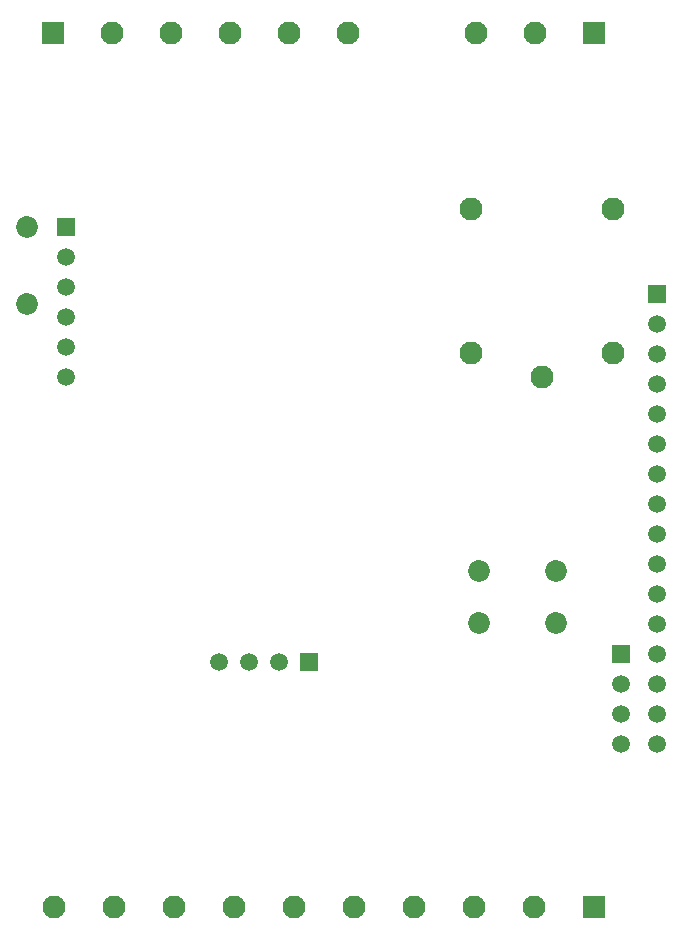
<source format=gbr>
%TF.GenerationSoftware,Altium Limited,Altium Designer,21.4.1 (30)*%
G04 Layer_Color=255*
%FSLAX44Y44*%
%MOMM*%
%TF.SameCoordinates,EB49FF53-C53B-41EF-AC46-A12079E47AB4*%
%TF.FilePolarity,Positive*%
%TF.FileFunction,Pads,Bot*%
%TF.Part,Single*%
G01*
G75*
%TA.AperFunction,ComponentPad*%
%ADD27R,1.9500X1.9500*%
%ADD28C,1.9500*%
%ADD29C,1.8500*%
%ADD30R,1.5000X1.5000*%
%ADD31C,1.5000*%
%ADD32R,1.5000X1.5000*%
D27*
X497390Y779780D02*
D03*
X39370D02*
D03*
X497390Y40040D02*
D03*
D28*
X447390Y779780D02*
D03*
X397390D02*
D03*
X453700Y489190D02*
D03*
X393700Y509190D02*
D03*
Y631190D02*
D03*
X513700D02*
D03*
Y509190D02*
D03*
X289370Y779780D02*
D03*
X239370D02*
D03*
X189370D02*
D03*
X139370D02*
D03*
X89370D02*
D03*
X446590Y40040D02*
D03*
X395790D02*
D03*
X344990D02*
D03*
X294190D02*
D03*
X243390D02*
D03*
X192590D02*
D03*
X141790D02*
D03*
X90990D02*
D03*
X40190D02*
D03*
D29*
X400740Y280320D02*
D03*
X465740D02*
D03*
X400740Y324770D02*
D03*
X465740D02*
D03*
X17780Y615950D02*
D03*
Y550950D02*
D03*
D30*
X520700Y254000D02*
D03*
X551180Y558800D02*
D03*
X50800Y615950D02*
D03*
D31*
X520700Y228600D02*
D03*
Y203200D02*
D03*
Y177800D02*
D03*
X551180D02*
D03*
Y203200D02*
D03*
Y228600D02*
D03*
Y254000D02*
D03*
Y279400D02*
D03*
Y304800D02*
D03*
Y330200D02*
D03*
Y355600D02*
D03*
Y381000D02*
D03*
Y406400D02*
D03*
Y431800D02*
D03*
Y457200D02*
D03*
Y482600D02*
D03*
Y508000D02*
D03*
Y533400D02*
D03*
X231140Y247650D02*
D03*
X205740D02*
D03*
X180340D02*
D03*
X50800Y590550D02*
D03*
Y565150D02*
D03*
Y539750D02*
D03*
Y514350D02*
D03*
Y488950D02*
D03*
D32*
X256540Y247650D02*
D03*
%TF.MD5,cd1f650d673b171d9dbda0e7735453d6*%
M02*

</source>
